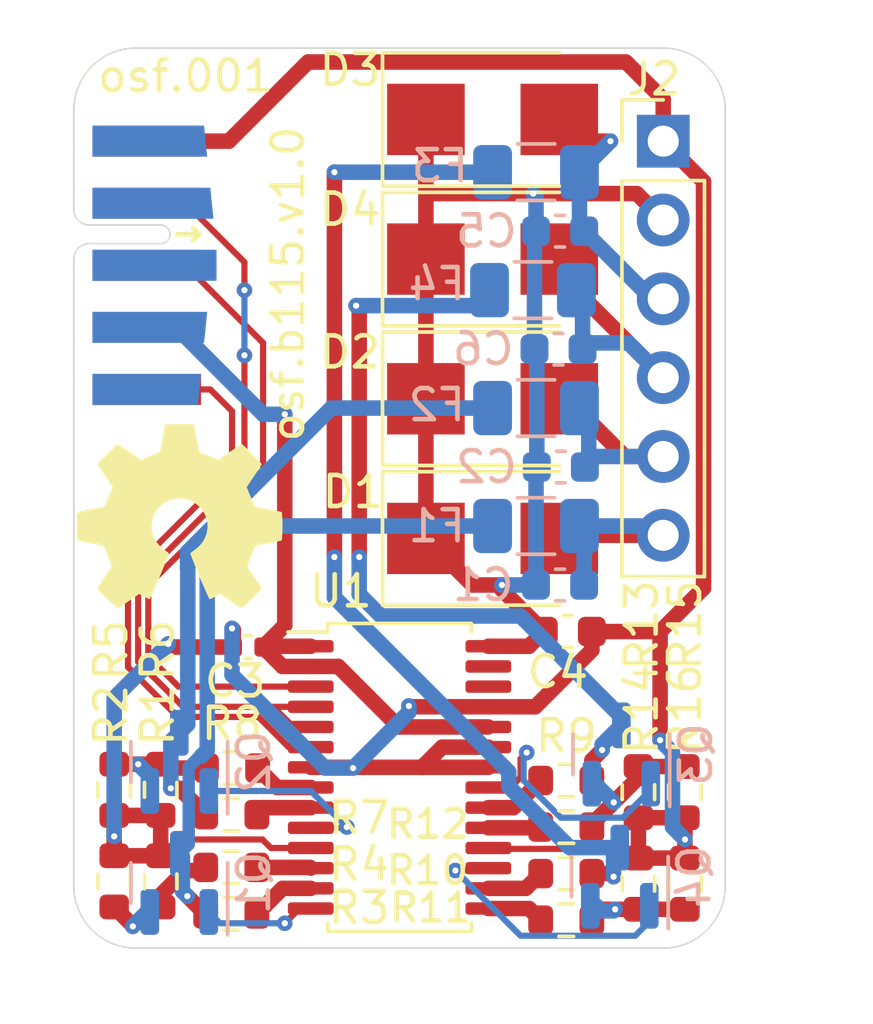
<source format=kicad_pcb>
(kicad_pcb (version 20211014) (generator pcbnew)
  (layers (0 "F.Cu" signal) (31 "B.Cu" signal) (34 "B.Paste" user) (35 "F.Paste" user) (36 "B.SilkS" user "B.Silkscreen") (37 "F.SilkS" user "F.Silkscreen") (38 "B.Mask" user) (39 "F.Mask" user) (44 "Edge.Cuts" user))
  (net 0 "")
  (net 1 "/poe_pse/PoE+")
  (net 2 "/poe_pse/switch4")
  (net 3 "/poe_pse/switch3")
  (net 4 "GND")
  (net 5 "+3.3V")
  (net 6 "/poe_pse/switch1")
  (net 7 "/poe_pse/switch2")
  (net 8 "/poe_pse/SW4")
  (net 9 "/poe_pse/SW3")
  (net 10 "/poe_pse/SW1")
  (net 11 "/poe_pse/SW2")
  (net 12 "/poe_pse/SDAI")
  (net 13 "/poe_pse/SCL")
  (net 15 "/poe_pse/INT")
  (net 18 "Net-(Q1-Pad2)")
  (net 19 "Net-(R3-Pad2)")
  (net 20 "Net-(R4-Pad2)")
  (net 21 "Net-(Q2-Pad2)")
  (net 22 "Net-(R7-Pad2)")
  (net 23 "Net-(R8-Pad2)")
  (net 24 "Net-(R9-Pad1)")
  (net 25 "Net-(R10-Pad1)")
  (net 26 "Net-(R11-Pad1)")
  (net 27 "Net-(Q4-Pad2)")
  (net 28 "Net-(R12-Pad1)")
  (net 29 "Net-(Q3-Pad2)")
  (net 30 "/poe_pse/gate3")
  (net 31 "/poe_pse/gate4")
  (net 32 "/poe_pse/gate1")
  (net 33 "/poe_pse/gate2")
  (net 34 "/poe_pse/AOUT")
  (footprint "Diode_SMD:D_SMB" (layer "F.Cu") (at 153.5 96.8)
    (fp_text reference "D4" (at -4.6 -1.6) (layer "F.SilkS"))
    (fp_text value "SMBJ58A-FDICT-ND")
    (pad "1" smd rect (at -2.15 0) (size 2.5 2.3) (layers "F.Cu" "F.Paste" "F.Mask") (net 1 "/poe_pse/PoE+"))
    (pad "2" smd rect (at 2.15 0) (size 2.5 2.3) (layers "F.Cu" "F.Paste" "F.Mask") (net 7 "/poe_pse/switch2"))
  )
  (footprint "Capacitor_SMD:C_0603_1608Metric" (layer "F.Cu") (at 155.925 108.8)
    (fp_text reference "C4" (at -0.325 1.3) (layer "F.SilkS"))
    (fp_text value "100nF")
    (pad "1" smd roundrect (at -0.775 0) (size 0.9 0.95) (layers "F.Cu" "F.Paste" "F.Mask") (net 1 "/poe_pse/PoE+"))
    (pad "2" smd roundrect (at 0.775 0) (size 0.9 0.95) (layers "F.Cu" "F.Paste" "F.Mask") (net 4 "GND"))
  )
  (footprint "Resistor_SMD:R_0603_1608Metric" (layer "F.Cu") (at 155.875 113.6)
    (fp_text reference "R9" (at 0 -1.43) (layer "F.SilkS"))
    (fp_text value "47R")
    (pad "1" smd roundrect (at -0.825 0) (size 0.8 0.95) (layers "F.Cu" "F.Paste" "F.Mask") (net 24 "Net-(R9-Pad1)"))
    (pad "2" smd roundrect (at 0.825 0) (size 0.8 0.95) (layers "F.Cu" "F.Paste" "F.Mask") (net 11 "/poe_pse/SW2"))
  )
  (footprint "Resistor_SMD:R_0603_1608Metric" (layer "F.Cu") (at 158.2 116.925 -90)
    (fp_text reference "R14" (at -5.625 -0.1 90) (layer "F.SilkS"))
    (fp_text value "0.51R")
    (pad "1" smd roundrect (at -0.825 0 270) (size 0.8 0.95) (layers "F.Cu" "F.Paste" "F.Mask") (net 4 "GND"))
    (pad "2" smd roundrect (at 0.825 0 270) (size 0.8 0.95) (layers "F.Cu" "F.Paste" "F.Mask") (net 27 "Net-(Q4-Pad2)"))
  )
  (footprint "Resistor_SMD:R_0603_1608Metric" (layer "F.Cu") (at 142.8 113.9 -90)
    (fp_text reference "R6" (at -4.5 0.1 90) (layer "F.SilkS"))
    (fp_text value "0.51R")
    (pad "1" smd roundrect (at -0.825 0 270) (size 0.8 0.95) (layers "F.Cu" "F.Paste" "F.Mask") (net 21 "Net-(Q2-Pad2)"))
    (pad "2" smd roundrect (at 0.825 0 270) (size 0.8 0.95) (layers "F.Cu" "F.Paste" "F.Mask") (net 4 "GND"))
  )
  (footprint "Symbol:OSHW-Symbol_6.7x6mm_SilkScreen" (layer "F.Cu") (at 143.4 105.1)
    (fp_text reference "LOGO1" hide)
    (fp_text value "Logo_Open_Hardware_Small" hide)
  )
  (footprint "Resistor_SMD:R_0603_1608Metric" (layer "F.Cu") (at 158.2 113.975 -90)
    (fp_text reference "R13" (at -5.375 -0.1 90) (layer "F.SilkS"))
    (fp_text value "0.51R")
    (pad "1" smd roundrect (at -0.825 0 270) (size 0.8 0.95) (layers "F.Cu" "F.Paste" "F.Mask") (net 29 "Net-(Q3-Pad2)"))
    (pad "2" smd roundrect (at 0.825 0 270) (size 0.8 0.95) (layers "F.Cu" "F.Paste" "F.Mask") (net 4 "GND"))
  )
  (footprint "Package_SO:TSSOP-28_4.4x9.7mm_P0.65mm" (layer "F.Cu") (at 150.5 113.5)
    (fp_text reference "U1" (at -1.9 -6) (layer "F.SilkS"))
    (fp_text value "TPS23861")
    (pad "1" smd roundrect (at -2.8625 -4.225) (size 1.475 0.4) (layers "F.Cu" "F.Paste" "F.Mask") (net 5 "+3.3V"))
    (pad "2" smd roundrect (at -2.8625 -3.575) (size 1.475 0.4) (layers "F.Cu" "F.Paste" "F.Mask") (net 5 "+3.3V"))
    (pad "3" smd roundrect (at -2.8625 -2.925) (size 1.475 0.4) (layers "F.Cu" "F.Paste" "F.Mask") (net 13 "/poe_pse/SCL"))
    (pad "4" smd roundrect (at -2.8625 -2.275) (size 1.475 0.4) (layers "F.Cu" "F.Paste" "F.Mask") (net 12 "/poe_pse/SDAI"))
    (pad "5" smd roundrect (at -2.8625 -1.625) (size 1.475 0.4) (layers "F.Cu" "F.Paste" "F.Mask") (net 12 "/poe_pse/SDAI"))
    (pad "6" smd roundrect (at -2.8625 -0.975) (size 1.475 0.4) (layers "F.Cu" "F.Paste" "F.Mask") (net 15 "/poe_pse/INT"))
    (pad "7" smd roundrect (at -2.8625 -0.325) (size 1.475 0.4) (layers "F.Cu" "F.Paste" "F.Mask") (net 4 "GND"))
    (pad "8" smd roundrect (at -2.8625 0.325) (size 1.475 0.4) (layers "F.Cu" "F.Paste" "F.Mask") (net 23 "Net-(R8-Pad2)"))
    (pad "9" smd roundrect (at -2.8625 0.975) (size 1.475 0.4) (layers "F.Cu" "F.Paste" "F.Mask") (net 22 "Net-(R7-Pad2)"))
    (pad "10" smd roundrect (at -2.8625 1.625) (size 1.475 0.4) (layers "F.Cu" "F.Paste" "F.Mask") (net 30 "/poe_pse/gate3"))
    (pad "11" smd roundrect (at -2.8625 2.275) (size 1.475 0.4) (layers "F.Cu" "F.Paste" "F.Mask") (net 4 "GND"))
    (pad "12" smd roundrect (at -2.8625 2.925) (size 1.475 0.4) (layers "F.Cu" "F.Paste" "F.Mask") (net 20 "Net-(R4-Pad2)"))
    (pad "13" smd roundrect (at -2.8625 3.575) (size 1.475 0.4) (layers "F.Cu" "F.Paste" "F.Mask") (net 19 "Net-(R3-Pad2)"))
    (pad "14" smd roundrect (at -2.8625 4.225) (size 1.475 0.4) (layers "F.Cu" "F.Paste" "F.Mask") (net 31 "/poe_pse/gate4"))
    (pad "15" smd roundrect (at 2.8625 4.225) (size 1.475 0.4) (layers "F.Cu" "F.Paste" "F.Mask") (net 26 "Net-(R11-Pad1)"))
    (pad "16" smd roundrect (at 2.8625 3.575) (size 1.475 0.4) (layers "F.Cu" "F.Paste" "F.Mask") (net 25 "Net-(R10-Pad1)"))
    (pad "17" smd roundrect (at 2.8625 2.925) (size 1.475 0.4) (layers "F.Cu" "F.Paste" "F.Mask") (net 32 "/poe_pse/gate1"))
    (pad "18" smd roundrect (at 2.8625 2.275) (size 1.475 0.4) (layers "F.Cu" "F.Paste" "F.Mask") (net 4 "GND"))
    (pad "19" smd roundrect (at 2.8625 1.625) (size 1.475 0.4) (layers "F.Cu" "F.Paste" "F.Mask") (net 28 "Net-(R12-Pad1)"))
    (pad "20" smd roundrect (at 2.8625 0.975) (size 1.475 0.4) (layers "F.Cu" "F.Paste" "F.Mask") (net 24 "Net-(R9-Pad1)"))
    (pad "21" smd roundrect (at 2.8625 0.325) (size 1.475 0.4) (layers "F.Cu" "F.Paste" "F.Mask") (net 33 "/poe_pse/gate2"))
    (pad "22" smd roundrect (at 2.8625 -0.325) (size 1.475 0.4) (layers "F.Cu" "F.Paste" "F.Mask") (net 4 "GND"))
    (pad "23" smd roundrect (at 2.8625 -0.975) (size 1.475 0.4) (layers "F.Cu" "F.Paste" "F.Mask") (net 4 "GND"))
    (pad "24" smd roundrect (at 2.8625 -1.625) (size 1.475 0.4) (layers "F.Cu" "F.Paste" "F.Mask") (net 5 "+3.3V"))
    (pad "25" smd roundrect (at 2.8625 -2.275) (size 1.475 0.4) (layers "F.Cu" "F.Paste" "F.Mask") (net 4 "GND"))
    (pad "26" smd roundrect (at 2.8625 -2.925) (size 1.475 0.4) (layers "F.Cu" "F.Paste" "F.Mask") (net 34 "/poe_pse/AOUT"))
    (pad "27" smd roundrect (at 2.8625 -3.575) (size 1.475 0.4) (layers "F.Cu" "F.Paste" "F.Mask"))
    (pad "28" smd roundrect (at 2.8625 -4.225) (size 1.475 0.4) (layers "F.Cu" "F.Paste" "F.Mask") (net 1 "/poe_pse/PoE+"))
  )
  (footprint "Resistor_SMD:R_0603_1608Metric" (layer "F.Cu") (at 159.7 113.975 -90)
    (fp_text reference "R15" (at -5.375 0 90) (layer "F.SilkS"))
    (fp_text value "0.51R")
    (pad "1" smd roundrect (at -0.825 0 270) (size 0.8 0.95) (layers "F.Cu" "F.Paste" "F.Mask") (net 29 "Net-(Q3-Pad2)"))
    (pad "2" smd roundrect (at 0.825 0 270) (size 0.8 0.95) (layers "F.Cu" "F.Paste" "F.Mask") (net 4 "GND"))
  )
  (footprint "Resistor_SMD:R_0603_1608Metric" (layer "F.Cu") (at 142.8 116.85 90)
    (fp_text reference "R1" (at 5.35 -0.1 90) (layer "F.SilkS"))
    (fp_text value "0.51R")
    (pad "1" smd roundrect (at -0.825 0 90) (size 0.8 0.95) (layers "F.Cu" "F.Paste" "F.Mask") (net 18 "Net-(Q1-Pad2)"))
    (pad "2" smd roundrect (at 0.825 0 90) (size 0.8 0.95) (layers "F.Cu" "F.Paste" "F.Mask") (net 4 "GND"))
  )
  (footprint "Resistor_SMD:R_0603_1608Metric" (layer "F.Cu") (at 155.875 116.6)
    (fp_text reference "R10" (at -4.475 -0.1) (layer "F.SilkS") (effects (font (size 0.9 0.9))))
    (fp_text value "47R")
    (pad "1" smd roundrect (at -0.825 0) (size 0.8 0.95) (layers "F.Cu" "F.Paste" "F.Mask") (net 25 "Net-(R10-Pad1)"))
    (pad "2" smd roundrect (at 0.825 0) (size 0.8 0.95) (layers "F.Cu" "F.Paste" "F.Mask") (net 10 "/poe_pse/SW1"))
  )
  (footprint "Resistor_SMD:R_0603_1608Metric" (layer "F.Cu") (at 155.875 118.1)
    (fp_text reference "R11" (at -4.375 -0.4) (layer "F.SilkS") (effects (font (size 0.9 0.9))))
    (fp_text value "22.1R")
    (pad "1" smd roundrect (at -0.825 0) (size 0.8 0.95) (layers "F.Cu" "F.Paste" "F.Mask") (net 26 "Net-(R11-Pad1)"))
    (pad "2" smd roundrect (at 0.825 0) (size 0.8 0.95) (layers "F.Cu" "F.Paste" "F.Mask") (net 27 "Net-(Q4-Pad2)"))
  )
  (footprint "Diode_SMD:D_SMB" (layer "F.Cu") (at 153.5 101.3)
    (fp_text reference "D2" (at -4.6 -1.5) (layer "F.SilkS"))
    (fp_text value "SMBJ58A-FDICT-ND")
    (pad "1" smd rect (at -2.15 0) (size 2.5 2.3) (layers "F.Cu" "F.Paste" "F.Mask") (net 1 "/poe_pse/PoE+"))
    (pad "2" smd rect (at 2.15 0) (size 2.5 2.3) (layers "F.Cu" "F.Paste" "F.Mask") (net 3 "/poe_pse/switch3"))
  )
  (footprint "Connector_PinHeader_2.54mm:PinHeader_1x06_P2.54mm_Vertical" (layer "F.Cu") (at 159 93)
    (fp_text reference "J2" (at -0.3 -2) (layer "F.SilkS"))
    (fp_text value "Conn_01x06_Male")
    (pad "1" thru_hole rect (at 0 0) (size 1.7 1.7) (drill 1) (layers *.Cu *.Mask) (net 4 "GND"))
    (pad "2" thru_hole oval (at 0 2.54) (size 1.7 1.7) (drill 1) (layers *.Cu *.Mask) (net 1 "/poe_pse/PoE+"))
    (pad "3" thru_hole oval (at 0 5.08) (size 1.7 1.7) (drill 1) (layers *.Cu *.Mask) (net 6 "/poe_pse/switch1"))
    (pad "4" thru_hole oval (at 0 7.62) (size 1.7 1.7) (drill 1) (layers *.Cu *.Mask) (net 7 "/poe_pse/switch2"))
    (pad "5" thru_hole oval (at 0 10.16) (size 1.7 1.7) (drill 1) (layers *.Cu *.Mask) (net 3 "/poe_pse/switch3"))
    (pad "6" thru_hole oval (at 0 12.7) (size 1.7 1.7) (drill 1) (layers *.Cu *.Mask) (net 2 "/poe_pse/switch4"))
  )
  (footprint "Resistor_SMD:R_0603_1608Metric" (layer "F.Cu") (at 141.3 113.9 -90)
    (fp_text reference "R5" (at -4.5 0.1 90) (layer "F.SilkS"))
    (fp_text value "0.51R")
    (pad "1" smd roundrect (at -0.825 0 270) (size 0.8 0.95) (layers "F.Cu" "F.Paste" "F.Mask") (net 21 "Net-(Q2-Pad2)"))
    (pad "2" smd roundrect (at 0.825 0 270) (size 0.8 0.95) (layers "F.Cu" "F.Paste" "F.Mask") (net 4 "GND"))
  )
  (footprint "Resistor_SMD:R_0603_1608Metric" (layer "F.Cu") (at 159.7 116.925 -90)
    (fp_text reference "R16" (at -5.625 0 90) (layer "F.SilkS"))
    (fp_text value "0.51R")
    (pad "1" smd roundrect (at -0.825 0 270) (size 0.8 0.95) (layers "F.Cu" "F.Paste" "F.Mask") (net 4 "GND"))
    (pad "2" smd roundrect (at 0.825 0 270) (size 0.8 0.95) (layers "F.Cu" "F.Paste" "F.Mask") (net 27 "Net-(Q4-Pad2)"))
  )
  (footprint "on_edge:on_edge_2x05_device" (layer "F.Cu") (at 140 97 -90)
    (fp_text reference "J1")
    (fp_text value "001_I2C")
    (fp_line (start -0.2 0) (end 4 0) (layer "Edge.Cuts") (width 0.05))
    (fp_line (start -0.7 -0.5) (end -0.7 -2.8) (layer "Edge.Cuts") (width 0.05))
    (fp_line (start -4 0) (end -1.8 0) (layer "Edge.Cuts") (width 0.05))
    (fp_line (start -1.3 -2.8) (end -1.3 -0.5) (layer "Edge.Cuts") (width 0.05))
    (fp_arc (start -1.3 -2.8) (mid -1 -3.1) (end -0.7 -2.8) (layer "Edge.Cuts") (width 0.05))
    (fp_arc (start -0.2 0) (mid -0.553553 -0.146447) (end -0.7 -0.5) (layer "Edge.Cuts") (width 0.05))
    (fp_arc (start -1.3 -0.5) (mid -1.446447 -0.146447) (end -1.8 0) (layer "Edge.Cuts") (width 0.05))
    (pad "1" smd rect (at -4 -2.35 90) (size 1 3.5) (layers "F.Cu" "F.Mask") (net 4 "GND"))
    (pad "2" smd rect (at -2 -2.35 270) (size 1 3.5) (layers "F.Cu" "F.Mask") (net 12 "/poe_pse/SDAI"))
    (pad "3" smd rect (at 0 -2.35 270) (size 1 3.5) (layers "F.Cu" "F.Mask") (net 13 "/poe_pse/SCL"))
    (pad "4" smd rect (at 2 -2.35 90) (size 1 3.5) (layers "F.Cu" "F.Mask"))
    (pad "5" smd rect (at 4 -2.35 90) (size 1 3.5) (layers "F.Cu" "F.Mask") (net 15 "/poe_pse/INT"))
    (pad "6" smd custom (at -4 -2.4 270) (size 1 3.6) (layers "B.Cu" "B.Mask") (options (clearance outline) (anchor rect)) (primitives (gr_poly (pts (xy 0.5 -1.8) (xy 0.5 -1.9) (xy -0.5 -1.8)) (width 0) (fill yes))))
    (pad "7" smd custom (at -2 -2.1 270) (size 1 3) (layers "B.Cu" "B.Mask") (options (clearance outline) (anchor rect)) (primitives (gr_poly (pts (xy 0.3 -0.51) (xy 0.31 -0.62) (xy 0.33 -0.7) (xy 0.35 -0.76) (xy 0.37 -0.81) (xy 0.4 -0.86) (xy 0.44 -0.92) (xy 0.48 -0.97) (xy 0.5 -0.99) (xy 0.5 -2.4) (xy -0.5 -2.3) (xy -0.5 1.5) (xy 0.3 1.5)) (width 0) (fill yes))))
    (pad "8" smd rect (at 0 -2.6 270) (size 1 4) (layers "B.Cu" "B.Mask"))
    (pad "9" smd custom (at 2 -2.4 270) (size 1 3.6) (layers "B.Cu" "B.Mask") (net 5 "+3.3V") (options (clearance outline) (anchor rect)) (primitives (gr_poly (pts (xy -0.5 -1.8) (xy -0.5 -1.9) (xy 0.5 -1.8)) (width 0) (fill yes))))
    (pad "10" smd custom (at 4 -2.3 270) (size 1 3.4) (layers "B.Cu" "B.Mask") (options (clearance outline) (anchor rect)) (primitives (gr_poly (pts (xy -0.5 -1.7) (xy -0.5 -1.8) (xy 0.5 -1.7)) (width 0) (fill yes))))
  )
  (footprint "Resistor_SMD:R_0603_1608Metric" (layer "F.Cu") (at 145.075 114.7)
    (fp_text reference "R7" (at 4.125 0.1) (layer "F.SilkS"))
    (fp_text value "47R")
    (pad "1" smd roundrect (at -0.825 0) (size 0.8 0.95) (layers "F.Cu" "F.Paste" "F.Mask") (net 9 "/poe_pse/SW3"))
    (pad "2" smd roundrect (at 0.825 0) (size 0.8 0.95) (layers "F.Cu" "F.Paste" "F.Mask") (net 22 "Net-(R7-Pad2)"))
  )
  (footprint "Resistor_SMD:R_0603_1608Metric" (layer "F.Cu") (at 155.875 115.1)
    (fp_text reference "R12" (at -4.475 -0.1) (layer "F.SilkS") (effects (font (size 0.9 0.9))))
    (fp_text value "22.1R")
    (pad "1" smd roundrect (at -0.825 0) (size 0.8 0.95) (layers "F.Cu" "F.Paste" "F.Mask") (net 28 "Net-(R12-Pad1)"))
    (pad "2" smd roundrect (at 0.825 0) (size 0.8 0.95) (layers "F.Cu" "F.Paste" "F.Mask") (net 29 "Net-(Q3-Pad2)"))
  )
  (footprint "Capacitor_SMD:C_0402_1005Metric" (layer "F.Cu") (at 145.62 109.3)
    (fp_text reference "C3" (at -0.42 1.1) (layer "F.SilkS"))
    (fp_text value "100nF")
    (pad "1" smd roundrect (at -0.48 0) (size 0.56 0.62) (layers "F.Cu" "F.Paste" "F.Mask") (net 4 "GND"))
    (pad "2" smd roundrect (at 0.48 0) (size 0.56 0.62) (layers "F.Cu" "F.Paste" "F.Mask") (net 5 "+3.3V"))
  )
  (footprint "Diode_SMD:D_SMB" (layer "F.Cu") (at 153.5 92.3)
    (fp_text reference "D3" (at -4.6 -1.6) (layer "F.SilkS"))
    (fp_text value "SMBJ58A-FDICT-ND")
    (pad "1" smd rect (at -2.15 0) (size 2.5 2.3) (layers "F.Cu" "F.Paste" "F.Mask") (net 1 "/poe_pse/PoE+"))
    (pad "2" smd rect (at 2.15 0) (size 2.5 2.3) (layers "F.Cu" "F.Paste" "F.Mask") (net 6 "/poe_pse/switch1"))
  )
  (footprint "Diode_SMD:D_SMB" (layer "F.Cu") (at 153.5 105.8)
    (fp_text reference "D1" (at -4.5 -1.5) (layer "F.SilkS"))
    (fp_text value "SMBJ58A-FDICT-ND")
    (pad "1" smd rect (at -2.15 0) (size 2.5 2.3) (layers "F.Cu" "F.Paste" "F.Mask") (net 1 "/poe_pse/PoE+"))
    (pad "2" smd rect (at 2.15 0) (size 2.5 2.3) (layers "F.Cu" "F.Paste" "F.Mask") (net 2 "/poe_pse/switch4"))
  )
  (footprint "Resistor_SMD:R_0603_1608Metric" (layer "F.Cu") (at 145.1 113.2)
    (fp_text reference "R8" (at 0 -1.43) (layer "F.SilkS"))
    (fp_text value "22.1R")
    (pad "1" smd roundrect (at -0.825 0) (size 0.8 0.95) (layers "F.Cu" "F.Paste" "F.Mask") (net 21 "Net-(Q2-Pad2)"))
    (pad "2" smd roundrect (at 0.825 0) (size 0.8 0.95) (layers "F.Cu" "F.Paste" "F.Mask") (net 23 "Net-(R8-Pad2)"))
  )
  (footprint "Resistor_SMD:R_0603_1608Metric" (layer "F.Cu") (at 141.3 116.85 90)
    (fp_text reference "R2" (at 5.35 -0.1 90) (layer "F.SilkS"))
    (fp_text value "0.51R")
    (pad "1" smd roundrect (at -0.825 0 90) (size 0.8 0.95) (layers "F.Cu" "F.Paste" "F.Mask") (net 18 "Net-(Q1-Pad2)"))
    (pad "2" smd roundrect (at 0.825 0 90) (size 0.8 0.95) (layers "F.Cu" "F.Paste" "F.Mask") (net 4 "GND"))
  )
  (footprint "Resistor_SMD:R_0603_1608Metric" (layer "F.Cu") (at 145.075 117.9)
    (fp_text reference "R3" (at 4.125 -0.2) (layer "F.SilkS"))
    (fp_text value "47R")
    (pad "1" smd roundrect (at -0.825 0) (size 0.8 0.95) (layers "F.Cu" "F.Paste" "F.Mask") (net 8 "/poe_pse/SW4"))
    (pad "2" smd roundrect (at 0.825 0) (size 0.8 0.95) (layers "F.Cu" "F.Paste" "F.Mask") (net 19 "Net-(R3-Pad2)"))
  )
  (footprint "Resistor_SMD:R_0603_1608Metric" (layer "F.Cu") (at 145.075 116.4)
    (fp_text reference "R4" (at 4.125 -0.1) (layer "F.SilkS"))
    (fp_text value "22.1R")
    (pad "1" smd roundrect (at -0.825 0) (size 0.8 0.95) (layers "F.Cu" "F.Paste" "F.Mask") (net 18 "Net-(Q1-Pad2)"))
    (pad "2" smd roundrect (at 0.825 0) (size 0.8 0.95) (layers "F.Cu" "F.Paste" "F.Mask") (net 20 "Net-(R4-Pad2)"))
  )
  (footprint "Package_TO_SOT_SMD:SOT-23" (layer "B.Cu") (at 157.65 112.7625 90)
    (fp_text reference "Q3" (at 0 2.4 90) (layer "B.SilkS") (effects (justify mirror)))
    (fp_text value "SSM3K361R")
    (pad "1" smd roundrect (at -0.9375 0.95 90) (size 1.475 0.6) (layers "B.Cu" "B.Paste" "B.Mask") (net 33 "/poe_pse/gate2"))
    (pad "2" smd roundrect (at -0.9375 -0.95 90) (size 1.475 0.6) (layers "B.Cu" "B.Paste" "B.Mask") (net 29 "Net-(Q3-Pad2)"))
    (pad "3" smd roundrect (at 0.9375 0 90) (size 1.475 0.6) (layers "B.Cu" "B.Paste" "B.Mask") (net 11 "/poe_pse/SW2"))
  )
  (footprint "Package_TO_SOT_SMD:SOT-23" (layer "B.Cu") (at 143.4 113 90)
    (fp_text reference "Q2" (at 0 2.4 90) (layer "B.SilkS") (effects (justify mirror)))
    (fp_text value "SSM3K361R")
    (pad "1" smd roundrect (at -0.9375 0.95 90) (size 1.475 0.6) (layers "B.Cu" "B.Paste" "B.Mask") (net 30 "/poe_pse/gate3"))
    (pad "2" smd roundrect (at -0.9375 -0.95 90) (size 1.475 0.6) (layers "B.Cu" "B.Paste" "B.Mask") (net 21 "Net-(Q2-Pad2)"))
    (pad "3" smd roundrect (at 0.9375 0 90) (size 1.475 0.6) (layers "B.Cu" "B.Paste" "B.Mask") (net 9 "/poe_pse/SW3"))
  )
  (footprint "Capacitor_SMD:C_0603_1608Metric" (layer "B.Cu") (at 155.7 103.5 180)
    (fp_text reference "C2" (at 2.4 0) (layer "B.SilkS") (effects (justify mirror)))
    (fp_text value "100nF")
    (pad "1" smd roundrect (at -0.775 0 180) (size 0.9 0.95) (layers "B.Cu" "B.Paste" "B.Mask") (net 3 "/poe_pse/switch3"))
    (pad "2" smd roundrect (at 0.775 0 180) (size 0.9 0.95) (layers "B.Cu" "B.Paste" "B.Mask") (net 1 "/poe_pse/PoE+"))
  )
  (footprint "Fuse:Fuse_1206_3216Metric" (layer "B.Cu") (at 154.9 105.4)
    (fp_text reference "F1" (at -3.2 0) (layer "B.SilkS") (effects (justify mirror)))
    (fp_text value "60VDC")
    (pad "1" smd roundrect (at -1.4 0) (size 1.25 1.75) (layers "B.Cu" "B.Paste" "B.Mask") (roundrect_rratio 0.2) (net 8 "/poe_pse/SW4"))
    (pad "2" smd roundrect (at 1.4 0) (size 1.25 1.75) (layers "B.Cu" "B.Paste" "B.Mask") (roundrect_rratio 0.2) (net 2 "/poe_pse/switch4"))
  )
  (footprint "Fuse:Fuse_1206_3216Metric" (layer "B.Cu") (at 154.8 97.8 180)
    (fp_text reference "F4" (at 3.1 0.2) (layer "B.SilkS") (effects (justify mirror)))
    (fp_text value "60VDC")
    (pad "1" smd roundrect (at -1.4 0 180) (size 1.25 1.75) (layers "B.Cu" "B.Paste" "B.Mask") (roundrect_rratio 0.2) (net 7 "/poe_pse/switch2"))
    (pad "2" smd roundrect (at 1.4 0 180) (size 1.25 1.75) (layers "B.Cu" "B.Paste" "B.Mask") (roundrect_rratio 0.2) (net 11 "/poe_pse/SW2"))
  )
  (footprint "Fuse:Fuse_1206_3216Metric" (layer "B.Cu") (at 154.9 94 180)
    (fp_text reference "F3" (at 3.1 0.2) (layer "B.SilkS") (effects (justify mirror)))
    (fp_text value "60VDC")
    (pad "1" smd roundrect (at -1.4 0 180) (size 1.25 1.75) (layers "B.Cu" "B.Paste" "B.Mask") (roundrect_rratio 0.2) (net 6 "/poe_pse/switch1"))
    (pad "2" smd roundrect (at 1.4 0 180) (size 1.25 1.75) (layers "B.Cu" "B.Paste" "B.Mask") (roundrect_rratio 0.2) (net 10 "/poe_pse/SW1"))
  )
  (footprint "Capacitor_SMD:C_0603_1608Metric" (layer "B.Cu") (at 155.675 107.3)
    (fp_text reference "C1" (at -2.475 0) (layer "B.SilkS") (effects (justify mirror)))
    (fp_text value "100nF")
    (pad "1" smd roundrect (at -0.775 0) (size 0.9 0.95) (layers "B.Cu" "B.Paste" "B.Mask") (net 1 "/poe_pse/PoE+"))
    (pad "2" smd roundrect (at 0.775 0) (size 0.9 0.95) (layers "B.Cu" "B.Paste" "B.Mask") (net 2 "/poe_pse/switch4"))
  )
  (footprint "Capacitor_SMD:C_0603_1608Metric" (layer "B.Cu") (at 155.675 95.9)
    (fp_text reference "C5" (at -2.375 0) (layer "B.SilkS") (effects (justify mirror)))
    (fp_text value "100nF")
    (pad "1" smd roundrect (at -0.775 0) (size 0.9 0.95) (layers "B.Cu" "B.Paste" "B.Mask") (net 1 "/poe_pse/PoE+"))
    (pad "2" smd roundrect (at 0.775 0) (size 0.9 0.95) (layers "B.Cu" "B.Paste" "B.Mask") (net 6 "/poe_pse/switch1"))
  )
  (footprint "Capacitor_SMD:C_0603_1608Metric" (layer "B.Cu") (at 155.625 99.7)
    (fp_text reference "C6" (at -2.425 0) (layer "B.SilkS") (effects (justify mirror)))
    (fp_text value "100nF")
    (pad "1" smd roundrect (at -0.775 0) (size 0.9 0.95) (layers "B.Cu" "B.Paste" "B.Mask") (net 1 "/poe_pse/PoE+"))
    (pad "2" smd roundrect (at 0.775 0) (size 0.9 0.95) (layers "B.Cu" "B.Paste" "B.Mask") (net 7 "/poe_pse/switch2"))
  )
  (footprint "Fuse:Fuse_1206_3216Metric" (layer "B.Cu") (at 154.9 101.6)
    (fp_text reference "F2" (at -3.2 -0.1) (layer "B.SilkS") (effects (justify mirror)))
    (fp_text value "60VDC")
    (pad "1" smd roundrect (at -1.4 0) (size 1.25 1.75) (layers "B.Cu" "B.Paste" "B.Mask") (roundrect_rratio 0.2) (net 9 "/poe_pse/SW3"))
    (pad "2" smd roundrect (at 1.4 0) (size 1.25 1.75) (layers "B.Cu" "B.Paste" "B.Mask") (roundrect_rratio 0.2) (net 3 "/poe_pse/switch3"))
  )
  (footprint "Package_TO_SOT_SMD:SOT-23" (layer "B.Cu") (at 157.6 116.7 90)
    (fp_text reference "Q4" (at 0 2.4 90) (layer "B.SilkS") (effects (justify mirror)))
    (fp_text value "SSM3K361R")
    (pad "1" smd roundrect (at -0.9375 0.95 90) (size 1.475 0.6) (layers "B.Cu" "B.Paste" "B.Mask") (net 32 "/poe_pse/gate1"))
    (pad "2" smd roundrect (at -0.9375 -0.95 90) (size 1.475 0.6) (layers "B.Cu" "B.Paste" "B.Mask") (net 27 "Net-(Q4-Pad2)"))
    (pad "3" smd roundrect (at 0.9375 0 90) (size 1.475 0.6) (layers "B.Cu" "B.Paste" "B.Mask") (net 10 "/poe_pse/SW1"))
  )
  (footprint "Package_TO_SOT_SMD:SOT-23" (layer "B.Cu") (at 143.4 116.9 90)
    (fp_text reference "Q1" (at 0 2.4 90) (layer "B.SilkS") (effects (justify mirror)))
    (fp_text value "SSM3K361R")
    (pad "1" smd roundrect (at -0.9375 0.95 90) (size 1.475 0.6) (layers "B.Cu" "B.Paste" "B.Mask") (net 31 "/poe_pse/gate4"))
    (pad "2" smd roundrect (at -0.9375 -0.95 90) (size 1.475 0.6) (layers "B.Cu" "B.Paste" "B.Mask") (net 18 "Net-(Q1-Pad2)"))
    (pad "3" smd roundrect (at 0.9375 0 90) (size 1.475 0.6) (layers "B.Cu" "B.Paste" "B.Mask") (net 8 "/poe_pse/SW4"))
  )
  (gr_line (start 142 90) (end 159 90) (layer "Edge.Cuts") (width 0.05))
  (gr_line (start 140 93) (end 140 92) (layer "Edge.Cuts") (width 0.05))
  (gr_arc (start 161 117) (mid 160.414214 118.414214) (end 159 119) (layer "Edge.Cuts") (width 0.05))
  (gr_line (start 159 119) (end 142 119) (layer "Edge.Cuts") (width 0.05))
  (gr_arc (start 159 90) (mid 160.414214 90.585786) (end 161 92) (layer "Edge.Cuts") (width 0.05))
  (gr_arc (start 142 119) (mid 140.585786 118.414214) (end 140 117) (layer "Edge.Cuts") (width 0.05))
  (gr_line (start 161 117) (end 161 92) (layer "Edge.Cuts") (width 0.05))
  (gr_line (start 140 117) (end 140 101) (layer "Edge.Cuts") (width 0.05))
  (gr_arc (start 140 92) (mid 140.585786 90.585786) (end 142 90) (layer "Edge.Cuts") (width 0.05))
  (gr_text "osf.b115.v1.0" (at 146.9 97.6 90) (layer "F.SilkS") (effects (font (size 1 1))))
  (gr_text "osf.001" (at 143.6 90.9) (layer "F.SilkS") (effects (font (size 1 1))))
  (segment (start 159 95.54) (end 158.15 94.69) (width 0.5) (layer "F.Cu") (net 1))
  (segment (start 153.3625 109.275) (end 154.675 109.275) (width 0.5) (layer "F.Cu") (net 1))
  (segment (start 158.15 94.69) (end 154.81 94.69) (width 0.5) (layer "F.Cu") (net 1))
  (segment (start 151.35 96.8) (end 151.35 101.3) (width 0.5) (layer "F.Cu") (net 1))
  (segment (start 151.35 92.3) (end 151.35 94.55) (width 0.5) (layer "F.Cu") (net 1))
  (segment (start 153.8 107.3) (end 153.8 107.45) (width 0.5) (layer "F.Cu") (net 1))
  (segment (start 151.35 101.3) (end 151.35 105.8) (width 0.5) (layer "F.Cu") (net 1))
  (segment (start 151.35 94.55) (end 151.35 96.8) (width 0.5) (layer "F.Cu") (net 1))
  (segment (start 154.81 94.69) (end 151.49 94.69) (width 0.5) (layer "F.Cu") (net 1))
  (segment (start 153.8 107.3) (end 152.85 107.3) (width 0.5) (layer "F.Cu") (net 1))
  (segment (start 153.8 107.45) (end 155.15 108.8) (width 0.5) (layer "F.Cu") (net 1))
  (segment (start 152.85 107.3) (end 151.35 105.8) (width 0.5) (layer "F.Cu") (net 1))
  (segment (start 151.49 94.69) (end 151.35 94.55) (width 0.5) (layer "F.Cu") (net 1))
  (segment (start 154.675 109.275) (end 155.15 108.8) (width 0.5) (layer "F.Cu") (net 1))
  (via (at 153.8 107.3) (size 0.5) (drill 0.2) (layers "F.Cu" "B.Cu") (net 1))
  (via (at 154.81 94.69) (size 0.5) (drill 0.2) (layers "F.Cu" "B.Cu") (net 1))
  (segment (start 154.9 95.9) (end 154.9 94.78) (width 0.5) (layer "B.Cu") (net 1))
  (segment (start 154.9 107.3) (end 153.8 107.3) (width 0.5) (layer "B.Cu") (net 1))
  (segment (start 154.9 103.525) (end 154.925 103.5) (width 0.5) (layer "B.Cu") (net 1))
  (segment (start 154.85 99.7) (end 154.85 95.95) (width 0.5) (layer "B.Cu") (net 1))
  (segment (start 154.925 99.775) (end 154.85 99.7) (width 0.5) (layer "B.Cu") (net 1))
  (segment (start 154.925 103.5) (end 154.925 99.775) (width 0.5) (layer "B.Cu") (net 1))
  (segment (start 154.85 95.95) (end 154.9 95.9) (width 0.5) (layer "B.Cu") (net 1))
  (segment (start 154.9 94.78) (end 154.81 94.69) (width 0.5) (layer "B.Cu") (net 1))
  (segment (start 154.9 107.3) (end 154.9 103.525) (width 0.5) (layer "B.Cu") (net 1))
  (segment (start 155.75 105.7) (end 155.65 105.8) (width 0.5) (layer "F.Cu") (net 2))
  (segment (start 159 105.7) (end 155.75 105.7) (width 0.5) (layer "F.Cu") (net 2))
  (segment (start 156.45 105.55) (end 156.3 105.4) (width 0.5) (layer "B.Cu") (net 2))
  (segment (start 156.45 107.3) (end 156.45 105.55) (width 0.5) (layer "B.Cu") (net 2))
  (segment (start 158.7 105.4) (end 159 105.7) (width 0.5) (layer "B.Cu") (net 2))
  (segment (start 156.3 105.4) (end 158.7 105.4) (width 0.5) (layer "B.Cu") (net 2))
  (segment (start 155.65 101.3) (end 155.9 101.3) (width 0.5) (layer "F.Cu") (net 3))
  (segment (start 157.76 103.16) (end 159 103.16) (width 0.5) (layer "F.Cu") (net 3))
  (segment (start 155.9 101.3) (end 157.76 103.16) (width 0.5) (layer "F.Cu") (net 3))
  (segment (start 156.815 103.16) (end 156.475 103.5) (width 0.5) (layer "B.Cu") (net 3))
  (segment (start 156.6 102.1) (end 156.6 103.375) (width 0.5) (layer "B.Cu") (net 3))
  (segment (start 156.3 101.8) (end 156.6 102.1) (width 0.5) (layer "B.Cu") (net 3))
  (segment (start 159 103.16) (end 156.815 103.16) (width 0.5) (layer "B.Cu") (net 3))
  (segment (start 156.3 101.6) (end 156.3 101.8) (width 0.5) (layer "B.Cu") (net 3))
  (segment (start 156.6 103.375) (end 156.475 103.5) (width 0.5) (layer "B.Cu") (net 3))
  (segment (start 142.8 116.025) (end 141.3 116.025) (width 0.5) (layer "F.Cu") (net 4))
  (segment (start 158.2 114.8) (end 158.2 116.1) (width 0.5) (layer "F.Cu") (net 4))
  (segment (start 153.3625 113.175) (end 151.225 113.175) (width 0.5) (layer "F.Cu") (net 4))
  (segment (start 156.7 109.4) (end 154.875 111.225) (width 0.5) (layer "F.Cu") (net 4))
  (segment (start 158.2 116.1) (end 159.7 116.1) (width 0.5) (layer "F.Cu") (net 4))
  (segment (start 158.9 108.8) (end 158.9 112.3) (width 0.5) (layer "F.Cu") (net 4))
  (segment (start 146.353869 115.775) (end 146.078869 115.5) (width 0.2) (layer "F.Cu") (net 4))
  (segment (start 154.875 111.225) (end 153.3625 111.225) (width 0.5) (layer "F.Cu") (net 4))
  (segment (start 153.3625 111.225) (end 150.825 111.225) (width 0.5) (layer "F.Cu") (net 4))
  (segment (start 141.3 116.025) (end 141.3 115.4) (width 0.5) (layer "F.Cu") (net 4))
  (segment (start 143.325 115.5) (end 142.8 116.025) (width 0.2) (layer "F.Cu") (net 4))
  (segment (start 142.8 114.725) (end 142.8 116.025) (width 0.5) (layer "F.Cu") (net 4))
  (segment (start 141.3 115.4) (end 141.3 114.725) (width 0.5) (layer "F.Cu") (net 4))
  (segment (start 151.225 113.175) (end 149.025 113.175) (width 0.5) (layer "F.Cu") (net 4))
  (segment (start 149.025 113.175) (end 149 113.2) (width 0.5) (layer "F.Cu") (net 4))
  (segment (start 145.1 108.7) (end 145.14 108.74) (width 0.5) (layer "F.Cu") (net 4))
  (segment (start 141.3 114.725) (end 142.8 114.725) (width 0.5) (layer "F.Cu") (net 4))
  (segment (start 158.9 108.8) (end 160.3 107.4) (width 0.5) (layer "F.Cu") (net 4))
  (segment (start 156.7 108.8) (end 156.7 109.4) (width 0.5) (layer "F.Cu") (net 4))
  (segment (start 151.875 112.525) (end 151.225 113.175) (width 0.5) (layer "F.Cu") (net 4))
  (segment (start 159 93) (end 159 91.65) (width 0.5) (layer "F.Cu") (net 4))
  (segment (start 157.8 90.45) (end 147.55 90.45) (width 0.5) (layer "F.Cu") (net 4))
  (segment (start 147.6375 113.175) (end 148.975 113.175) (width 0.5) (layer "F.Cu") (net 4))
  (segment (start 159 91.65) (end 157.8 90.45) (width 0.5) (layer "F.Cu") (net 4))
  (segment (start 159.7 114.8) (end 158.2 114.8) (width 0.5) (layer "F.Cu") (net 4))
  (segment (start 153.3625 112.525) (end 151.875 112.525) (width 0.5) (layer "F.Cu") (net 4))
  (segment (start 148.975 113.175) (end 149 113.2) (width 0.5) (layer "F.Cu") (net 4))
  (segment (start 153.3895 115.802) (end 157.902 115.802) (width 0.2) (layer "F.Cu") (net 4))
  (segment (start 160.3 107.4) (end 160.3 94.3) (width 0.5) (layer "F.Cu") (net 4))
  (segment (start 146.078869 115.5) (end 143.325 115.5) (width 0.2) (layer "F.Cu") (net 4))
  (segment (start 156.7 108.8) (end 158.9 108.8) (width 0.5) (layer "F.Cu") (net 4))
  (segment (start 143.1465 109.3) (end 143.0465 109.2) (width 0.5) (layer "F.Cu") (net 4))
  (segment (start 153.3625 115.775) (end 153.3895 115.802) (width 0.2) (layer "F.Cu") (net 4))
  (segment (start 160.3 94.3) (end 159 93) (width 0.5) (layer "F.Cu") (net 4))
  (segment (start 159.7 116.1) (end 159.7 115.5) (width 0.5) (layer "F.Cu") (net 4))
  (segment (start 147.6375 115.775) (end 146.353869 115.775) (width 0.2) (layer "F.Cu") (net 4))
  (segment (start 145.14 108.74) (end 145.14 109.3) (width 0.5) (layer "F.Cu") (net 4))
  (segment (start 150.825 111.225) (end 150.8 111.2) (width 0.5) (layer "F.Cu") (net 4))
  (segment (start 157.902 115.802) (end 158.2 116.1) (width 0.2) (layer "F.Cu") (net 4))
  (segment (start 145 93) (end 142.35 93) (width 0.5) (layer "F.Cu") (net 4))
  (segment (start 145.14 109.3) (end 143.1465 109.3) (width 0.5) (layer "F.Cu") (net 4))
  (segment (start 159.7 115.5) (end 159.7 114.8) (width 0.5) (layer "F.Cu") (net 4))
  (segment (start 147.55 90.45) (end 145 93) (width 0.5) (layer "F.Cu") (net 4))
  (via (at 149 113.2) (size 0.5) (drill 0.2) (layers "F.Cu" "B.Cu") (net 4))
  (via (at 145.1 108.7) (size 0.5) (drill 0.2) (layers "F.Cu" "B.Cu") (net 4))
  (via (at 143.0465 109.2) (size 0.5) (drill 0.2) (layers "F.Cu" "B.Cu") (net 4))
  (via (at 150.8 111.2) (size 0.5) (drill 0.2) (layers "F.Cu" "B.Cu") (net 4))
  (via (at 141.3 115.4) (size 0.5) (drill 0.2) (layers "F.Cu" "B.Cu") (net 4))
  (via (at 159.7 115.5) (size 0.5) (drill 0.2) (layers "F.Cu" "B.Cu") (net 4))
  (via (at 158.9 112.3) (size 0.5) (drill 0.2) (layers "F.Cu" "B.Cu") (net 4))
  (segment (start 159.3 115.1) (end 159.7 115.5) (width 0.5) (layer "B.Cu") (net 4))
  (segment (start 159.3 112.7) (end 159.3 115.1) (width 0.5) (layer "B.Cu") (net 4))
  (segment (start 148.1 113.2) (end 149 113.2) (width 0.5) (layer "B.Cu") (net 4))
  (segment (start 141.3 110.9465) (end 141.3 115.4) (width 0.5) (layer "B.Cu") (net 4))
  (segment (start 150.8 111.2) (end 150.8 111.4) (width 0.5) (layer "B.Cu") (net 4))
  (segment (start 143.0465 109.2) (end 141.3 110.9465) (width 0.5) (layer "B.Cu") (net 4))
  (segment (start 145.1 108.7) (end 145.1 110.2) (width 0.5) (layer "B.Cu") (net 4))
  (segment (start 145.1 110.2) (end 148.1 113.2) (width 0.5) (layer "B.Cu") (net 4))
  (segment (start 150.8 111.4) (end 149 113.2) (width 0.5) (layer "B.Cu") (net 4))
  (segment (start 158.9 112.3) (end 159.3 112.7) (width 0.5) (layer "B.Cu") (net 4))
  (segment (start 147.6375 109.275) (end 146.125 109.275) (width 0.5) (layer "F.Cu") (net 5))
  (segment (start 148.525 109.925) (end 147.6375 109.925) (width 0.5) (layer "F.Cu") (net 5))
  (segment (start 146.125 109.275) (end 146.1 109.3) (width 0.5) (layer "F.Cu") (net 5))
  (segment (start 150.475 111.875) (end 148.525 109.925) (width 0.5) (layer "F.Cu") (net 5))
  (segment (start 153.3625 111.875) (end 150.475 111.875) (width 0.5) (layer "F.Cu") (net 5))
  (segment (start 146.8 108.6) (end 146.1 109.3) (width 0.5) (layer "F.Cu") (net 5))
  (segment (start 146.8 101.8) (end 146.8 108.6) (width 0.5) (layer "F.Cu") (net 5))
  (segment (start 147.6375 109.925) (end 146.725 109.925) (width 0.5) (layer "F.Cu") (net 5))
  (segment (start 146.725 109.925) (end 146.1 109.3) (width 0.5) (layer "F.Cu") (net 5))
  (via (at 146.8 101.8) (size 0.5) (drill 0.2) (layers "F.Cu" "B.Cu") (net 5))
  (segment (start 144.8 100.5) (end 146.1 101.8) (width 0.5) (layer "B.Cu") (net 5))
  (segment (start 146.1 101.8) (end 146.8 101.8) (width 0.5) (layer "B.Cu") (net 5))
  (segment (start 142.4 99) (end 143.3 99) (width 0.5) (layer "B.Cu") (net 5))
  (segment (start 143.3 99) (end 144.8 100.5) (width 0.5) (layer "B.Cu") (net 5))
  (segment (start 156.35 93) (end 155.65 92.3) (width 0.5) (layer "F.Cu") (net 6))
  (segment (start 157.3 93) (end 156.35 93) (width 0.5) (layer "F.Cu") (net 6))
  (via (at 157.3 93) (size 0.5) (drill 0.2) (layers "F.Cu" "B.Cu") (net 6))
  (segment (start 156.3 95.75) (end 156.45 95.9) (width 0.5) (layer "B.Cu") (net 6))
  (segment (start 156.3 94) (end 157.3 93) (width 0.5) (layer "B.Cu") (net 6))
  (segment (start 159 98.08) (end 158.63 98.08) (width 0.5) (layer "B.Cu") (net 6))
  (segment (start 156.3 94) (end 156.3 95.75) (width 0.5) (layer "B.Cu") (net 6))
  (segment (start 158.63 98.08) (end 156.45 95.9) (width 0.5) (layer "B.Cu") (net 6))
  (segment (start 155.65 97.27) (end 159 100.62) (width 0.5) (layer "F.Cu") (net 7))
  (segment (start 155.65 96.8) (end 155.65 97.27) (width 0.5) (layer "F.Cu") (net 7))
  (segment (start 156.4 99.7) (end 156.4 98) (width 0.5) (layer "B.Cu") (net 7))
  (segment (start 156.6 99.5) (end 156.4 99.7) (width 0.5) (layer "B.Cu") (net 7))
  (segment (start 157.88 99.5) (end 156.6 99.5) (width 0.5) (layer "B.Cu") (net 7))
  (segment (start 159 100.62) (end 157.88 99.5) (width 0.5) (layer "B.Cu") (net 7))
  (segment (start 156.4 98) (end 156.2 97.8) (width 0.5) (layer "B.Cu") (net 7))
  (segment (start 144.232885 117.9) (end 143.658299 117.325414) (width 0.5) (layer "F.Cu") (net 8))
  (segment (start 144.25 117.9) (end 144.232885 117.9) (width 0.5) (layer "F.Cu") (net 8))
  (via (at 143.658299 117.325414) (size 0.5) (drill 0.2) (layers "F.Cu" "B.Cu") (net 8))
  (segment (start 144.293356 106.493356) (end 144.3 106.5) (width 0.5) (layer "B.Cu") (net 8))
  (segment (start 143.658299 117.325414) (end 143.5 117.167115) (width 0.5) (layer "B.Cu") (net 8))
  (segment (start 145.386712 105.4) (end 144.293356 106.493356) (width 0.5) (layer "B.Cu") (net 8))
  (segment (start 144.1 112.823) (end 144.05242 112.823) (width 0.4) (layer "B.Cu") (net 8))
  (segment (start 144.05242 112.823) (end 143.7035 113.17192) (width 0.4) (layer "B.Cu") (net 8))
  (segment (start 143.5 116.0625) (end 143.4 115.9625) (width 0.5) (layer "B.Cu") (net 8))
  (segment (start 144.3 112.623) (end 144.1 112.823) (width 0.5) (layer "B.Cu") (net 8))
  (segment (start 143.7035 113.17192) (end 143.7035 115.659) (width 0.4) (layer "B.Cu") (net 8))
  (segment (start 144.3 106.5) (end 144.3 112.623) (width 0.5) (layer "B.Cu") (net 8))
  (segment (start 153.5 105.4) (end 145.386712 105.4) (width 0.5) (layer "B.Cu") (net 8))
  (segment (start 143.7035 115.659) (end 143.4 115.9625) (width 0.4) (layer "B.Cu") (net 8))
  (segment (start 143.5 117.167115) (end 143.5 116.0625) (width 0.5) (layer "B.Cu") (net 8))
  (segment (start 143.400848 113.850848) (end 144.25 114.7) (width 0.5) (layer "F.Cu") (net 9))
  (segment (start 143.1265 113.850848) (end 143.400848 113.850848) (width 0.5) (layer "F.Cu") (net 9))
  (via (at 143.1265 113.850848) (size 0.5) (drill 0.2) (layers "F.Cu" "B.Cu") (net 9))
  (segment (start 143.666356 106.753068) (end 143.673 106.759712) (width 0.5) (layer "B.Cu") (net 9))
  (segment (start 143.666356 106.233644) (end 143.666356 106.753068) (width 0.5) (layer "B.Cu") (net 9))
  (segment (start 143.673 111.7895) (end 143.4 112.0625) (width 0.5) (layer "B.Cu") (net 9))
  (segment (start 143.1265 113.850848) (end 143.1265 112.336) (width 0.5) (layer "B.Cu") (net 9))
  (segment (start 148.3 101.6) (end 143.666356 106.233644) (width 0.5) (layer "B.Cu") (net 9))
  (segment (start 143.1265 112.336) (end 143.4 112.0625) (width 0.5) (layer "B.Cu") (net 9))
  (segment (start 153.5 101.6) (end 148.3 101.6) (width 0.5) (layer "B.Cu") (net 9))
  (segment (start 143.673 106.759712) (end 143.673 111.7895) (width 0.5) (layer "B.Cu") (net 9))
  (segment (start 148.4 106.4) (end 148.4 94) (width 0.5) (layer "F.Cu") (net 10))
  (segment (start 157.3 116.6) (end 157.4 116.7) (width 0.5) (layer "F.Cu") (net 10))
  (segment (start 156.7 116.6) (end 157.3 116.6) (width 0.5) (layer "F.Cu") (net 10))
  (via (at 157.4 116.7) (size 0.5) (drill 0.2) (layers "F.Cu" "B.Cu") (net 10))
  (via (at 148.4 94) (size 0.5) (drill 0.2) (layers "F.Cu" "B.Cu") (net 10))
  (via (at 148.4 106.4) (size 0.5) (drill 0.2) (layers "F.Cu" "B.Cu") (net 10))
  (segment (start 157.4 116.7) (end 157.4 115.9625) (width 0.5) (layer "B.Cu") (net 10))
  (segment (start 157.4 115.9625) (end 157.6 115.7625) (width 0.5) (layer "B.Cu") (net 10))
  (segment (start 157.6 115.7625) (end 155.98792 115.7625) (width 0.5) (layer "B.Cu") (net 10))
  (segment (start 155.98792 115.7625) (end 154.023 113.79758) (width 0.5) (layer "B.Cu") (net 10))
  (segment (start 148.4 94) (end 153.5 94) (width 0.5) (layer "B.Cu") (net 10))
  (segment (start 154.023 113.323) (end 148.4 107.7) (width 0.5) (layer "B.Cu") (net 10))
  (segment (start 148.4 107.7) (end 148.4 106.4) (width 0.5) (layer "B.Cu") (net 10))
  (segment (start 154.023 113.79758) (end 154.023 113.323) (width 0.5) (layer "B.Cu") (net 10))
  (segment (start 156.7 112.947626) (end 157.029928 112.617698) (width 0.5) (layer "F.Cu") (net 11))
  (segment (start 149.2 98.4) (end 149.1 98.3) (width 0.5) (layer "F.Cu") (net 11))
  (segment (start 156.7 113.6) (end 156.7 112.947626) (width 0.5) (layer "F.Cu") (net 11))
  (segment (start 149.2 106.4) (end 149.2 98.4) (width 0.5) (layer "F.Cu") (net 11))
  (via (at 157.029928 112.617698) (size 0.5) (drill 0.2) (layers "F.Cu" "B.Cu") (net 11))
  (via (at 149.1 98.3) (size 0.5) (drill 0.2) (layers "F.Cu" "B.Cu") (net 11))
  (via (at 149.2 106.4) (size 0.5) (drill 0.2) (layers "F.Cu" "B.Cu") (net 11))
  (segment (start 149.2 107.6) (end 149.2 106.4) (width 0.5) (layer "B.Cu") (net 11))
  (segment (start 152.9 98.3) (end 153.4 97.8) (width 0.5) (layer "B.Cu") (net 11))
  (segment (start 154.4 108.3) (end 149.9 108.3) (width 0.5) (layer "B.Cu") (net 11))
  (segment (start 149.9 108.3) (end 149.2 107.6) (width 0.5) (layer "B.Cu") (net 11))
  (segment (start 149.1 98.3) (end 152.9 98.3) (width 0.5) (layer "B.Cu") (net 11))
  (segment (start 157.65 111.825) (end 157.65 111.55) (width 0.5) (layer "B.Cu") (net 11))
  (segment (start 157.029928 112.617698) (end 157.029928 112.445072) (width 0.5) (layer "B.Cu") (net 11))
  (segment (start 157.65 111.55) (end 155.8 109.7) (width 0.5) (layer "B.Cu") (net 11))
  (segment (start 157.029928 112.445072) (end 157.65 111.825) (width 0.5) (layer "B.Cu") (net 11))
  (segment (start 155.8 109.7) (end 154.4 108.3) (width 0.5) (layer "B.Cu") (net 11))
  (segment (start 147.6375 111.225) (end 146.425 111.225) (width 0.2) (layer "F.Cu") (net 12))
  (segment (start 145.5 103.737552) (end 145.5 99.9) (width 0.2) (layer "F.Cu") (net 12))
  (segment (start 147.6375 111.875) (end 147.075 111.875) (width 0.2) (layer "F.Cu") (net 12))
  (segment (start 145.5 96.9) (end 143.6 95) (width 0.2) (layer "F.Cu") (net 12))
  (segment (start 142.073 109.773) (end 142.073 108.3) (width 0.2) (layer "F.Cu") (net 12))
  (segment (start 146.425 111.225) (end 143.525 111.225) (width 0.2) (layer "F.Cu") (net 12))
  (segment (start 147.075 111.875) (end 146.425 111.225) (width 0.2) (layer "F.Cu") (net 12))
  (segment (start 142.073 108.3) (end 142.073 107.164552) (width 0.2) (layer "F.Cu") (net 12))
  (segment (start 142.073 107.164552) (end 142.868776 106.368776) (width 0.2) (layer "F.Cu") (net 12))
  (segment (start 145.5 97.8) (end 145.5 96.9) (width 0.2) (layer "F.Cu") (net 12))
  (segment (start 143.525 111.225) (end 142.5 110.2) (width 0.2) (layer "F.Cu") (net 12))
  (segment (start 142.868776 106.368776) (end 145.5 103.737552) (width 0.2) (layer "F.Cu") (net 12))
  (segment (start 142.5 110.2) (end 142.073 109.773) (width 0.2) (layer "F.Cu") (net 12))
  (segment (start 143.6 95) (end 142.35 95) (width 0.2) (layer "F.Cu") (net 12))
  (via (at 145.5 97.8) (size 0.5) (drill 0.2) (layers "F.Cu" "B.Cu") (net 12))
  (via (at 145.5 99.9) (size 0.5) (drill 0.2) (layers "F.Cu" "B.Cu") (net 12))
  (segment (start 145.5 99.9) (end 145.5 97.8) (width 0.2) (layer "B.Cu") (net 12))
  (segment (start 142.4 109.6) (end 142.4 107.3) (width 0.2) (layer "F.Cu") (net 13))
  (segment (start 143.6 97) (end 142.35 97) (width 0.2) (layer "F.Cu") (net 13))
  (segment (start 146.1 103.6) (end 146.1 99.5) (width 0.2) (layer "F.Cu") (net 13))
  (segment (start 147.6375 110.575) (end 143.375 110.575) (width 0.2) (layer "F.Cu") (net 13))
  (segment (start 142.4 107.3) (end 146.1 103.6) (width 0.2) (layer "F.Cu") (net 13))
  (segment (start 143.375 110.575) (end 142.4 109.6) (width 0.2) (layer "F.Cu") (net 13))
  (segment (start 146.1 99.5) (end 143.6 97) (width 0.2) (layer "F.Cu") (net 13))
  (segment (start 147.6375 112.525) (end 146.925 112.525) (width 0.2) (layer "F.Cu") (net 15))
  (segment (start 143.352 111.552) (end 141.746 109.946) (width 0.2) (layer "F.Cu") (net 15))
  (segment (start 144.4 101) (end 142.35 101) (width 0.2) (layer "F.Cu") (net 15))
  (segment (start 145.1 101.7) (end 144.4 101) (width 0.2) (layer "F.Cu") (net 15))
  (segment (start 141.746 106.954) (end 145.1 103.6) (width 0.2) (layer "F.Cu") (net 15))
  (segment (start 141.746 109.946) (end 141.746 106.954) (width 0.2) (layer "F.Cu") (net 15))
  (segment (start 145.1 103.6) (end 145.1 101.7) (width 0.2) (layer "F.Cu") (net 15))
  (segment (start 146.925 112.525) (end 145.952 111.552) (width 0.2) (layer "F.Cu") (net 15))
  (segment (start 145.952 111.552) (end 143.352 111.552) (width 0.2) (layer "F.Cu") (net 15))
  (segment (start 142.8 117.2875) (end 142.8 117.675) (width 0.5) (layer "F.Cu") (net 18))
  (segment (start 141.9 118.275) (end 141.3 117.675) (width 0.5) (layer "F.Cu") (net 18))
  (segment (start 141.9 118.3) (end 141.9 118.275) (width 0.5) (layer "F.Cu") (net 18))
  (segment (start 143.2855 116.802) (end 142.8 117.2875) (width 0.5) (layer "F.Cu") (net 18))
  (segment (start 143.616001 116.5) (end 143.314001 116.802) (width 0.5) (layer "F.Cu") (net 18))
  (segment (start 144.25 116.4) (end 144.15 116.5) (width 0.5) (layer "F.Cu") (net 18))
  (segment (start 144.15 116.5) (end 143.616001 116.5) (width 0.5) (layer "F.Cu") (net 18))
  (segment (start 143.314001 116.802) (end 143.2855 116.802) (width 0.5) (layer "F.Cu") (net 18))
  (segment (start 142.525 117.675) (end 141.9 118.3) (width 0.5) (layer "F.Cu") (net 18))
  (segment (start 142.8 117.675) (end 142.525 117.675) (width 0.5) (layer "F.Cu") (net 18))
  (via (at 141.9 118.3) (size 0.5) (drill 0.2) (layers "F.Cu" "B.Cu") (net 18))
  (segment (start 142.45 117.8375) (end 142.3625 117.8375) (width 0.5) (layer "B.Cu") (net 18))
  (segment (start 142.3625 117.8375) (end 141.9 118.3) (width 0.5) (layer "B.Cu") (net 18))
  (segment (start 146.725 117.075) (end 145.9 117.9) (width 0.5) (layer "F.Cu") (net 19))
  (segment (start 147.6375 117.075) (end 146.725 117.075) (width 0.5) (layer "F.Cu") (net 19))
  (segment (start 145.9 116.4) (end 147.6125 116.4) (width 0.5) (layer "F.Cu") (net 20))
  (segment (start 147.6125 116.4) (end 147.6375 116.425) (width 0.5) (layer "F.Cu") (net 20))
  (segment (start 142.925 113.2) (end 142.8 113.075) (width 0.5) (layer "F.Cu") (net 21))
  (segment (start 144.275 113.2) (end 142.925 113.2) (width 0.5) (layer "F.Cu") (net 21))
  (segment (start 142.8 113.075) (end 142.075 113.075) (width 0.5) (layer "F.Cu") (net 21))
  (segment (start 142.075 113.075) (end 141.3 113.075) (width 0.5) (layer "F.Cu") (net 21))
  (via (at 142.075 113.075) (size 0.5) (drill 0.2) (layers "F.Cu" "B.Cu") (net 21))
  (segment (start 142.45 113.9375) (end 142.45 113.45) (width 0.5) (layer "B.Cu") (net 21))
  (segment (start 142.45 113.45) (end 142.075 113.075) (width 0.5) (layer "B.Cu") (net 21))
  (segment (start 146.125 114.475) (end 145.9 114.7) (width 0.5) (layer "F.Cu") (net 22))
  (segment (start 147.6375 114.475) (end 146.125 114.475) (width 0.5) (layer "F.Cu") (net 22))
  (segment (start 147.6375 113.825) (end 146.55 113.825) (width 0.5) (layer "F.Cu") (net 23))
  (segment (start 146.55 113.825) (end 145.925 113.2) (width 0.5) (layer "F.Cu") (net 23))
  (segment (start 153.3625 114.475) (end 154.175 114.475) (width 0.5) (layer "F.Cu") (net 24))
  (segment (start 154.175 114.475) (end 155.05 113.6) (width 0.5) (layer "F.Cu") (net 24))
  (segment (start 153.3625 117.075) (end 154.575 117.075) (width 0.5) (layer "F.Cu") (net 25))
  (segment (start 154.575 117.075) (end 155.05 116.6) (width 0.5) (layer "F.Cu") (net 25))
  (segment (start 153.3625 117.725) (end 154.675 117.725) (width 0.5) (layer "F.Cu") (net 26))
  (segment (start 154.675 117.725) (end 155.05 118.1) (width 0.5) (layer "F.Cu") (net 26))
  (segment (start 159.7 117.75) (end 158.2 117.75) (width 0.5) (layer "F.Cu") (net 27))
  (segment (start 157.45 117.75) (end 157.05 117.75) (width 0.5) (layer "F.Cu") (net 27))
  (segment (start 157.05 117.75) (end 156.7 118.1) (width 0.5) (layer "F.Cu") (net 27))
  (segment (start 158.2 117.75) (end 157.45 117.75) (width 0.5) (layer "F.Cu") (net 27))
  (via (at 157.45 117.75) (size 0.5) (drill 0.2) (layers "F.Cu" "B.Cu") (net 27))
  (segment (start 157 117.8) (end 157.4 117.8) (width 0.5) (layer "B.Cu") (net 27))
  (segment (start 157.4 117.8) (end 157.45 117.75) (width 0.5) (layer "B.Cu") (net 27))
  (segment (start 156.65 117.6375) (end 156.8375 117.6375) (width 0.5) (layer "B.Cu") (net 27))
  (segment (start 156.8375 117.6375) (end 157 117.8) (width 0.5) (layer "B.Cu") (net 27))
  (segment (start 153.3625 115.125) (end 155.025 115.125) (width 0.5) (layer "F.Cu") (net 28))
  (segment (start 155.025 115.125) (end 155.05 115.1) (width 0.5) (layer "F.Cu") (net 28))
  (segment (start 159.7 113.15) (end 158.2 113.15) (width 0.5) (layer "F.Cu") (net 29))
  (segment (start 156.7 115.008999) (end 156.7 115.1) (width 0.5) (layer "F.Cu") (net 29))
  (segment (start 158.2 113.15) (end 158.2 113.508999) (width 0.5) (layer "F.Cu") (net 29))
  (segment (start 157.4045 114.3045) (end 156.7 115.008999) (width 0.5) (layer "F.Cu") (net 29))
  (segment (start 158.2 113.508999) (end 157.4045 114.3045) (width 0.5) (layer "F.Cu") (net 29))
  (via (at 157.4045 114.3045) (size 0.5) (drill 0.2) (layers "F.Cu" "B.Cu") (net 29))
  (segment (start 156.7 113.7) (end 156.8 113.7) (width 0.5) (layer "B.Cu") (net 29))
  (segment (start 156.8 113.7) (end 157.4045 114.3045) (width 0.5) (layer "B.Cu") (net 29))
  (segment (start 148.775 115.125) (end 148.8 115.1) (width 0.2) (layer "F.Cu") (net 30))
  (segment (start 147.6375 115.125) (end 148.775 115.125) (width 0.2) (layer "F.Cu") (net 30))
  (via (at 148.8 115.1) (size 0.5) (drill 0.2) (layers "F.Cu" "B.Cu") (net 30))
  (segment (start 147.6375 113.9375) (end 144.35 113.9375) (width 0.2) (layer "B.Cu") (net 30))
  (segment (start 148.8 115.1) (end 147.6375 113.9375) (width 0.2) (layer "B.Cu") (net 30))
  (segment (start 147.275 117.725) (end 146.8 118.2) (width 0.2) (layer "F.Cu") (net 31))
  (segment (start 147.6375 117.725) (end 147.275 117.725) (width 0.2) (layer "F.Cu") (net 31))
  (via (at 146.8 118.2) (size 0.5) (drill 0.2) (layers "F.Cu" "B.Cu") (net 31))
  (segment (start 144.7125 118.2) (end 144.35 117.8375) (width 0.2) (layer "B.Cu") (net 31))
  (segment (start 146.8 118.2) (end 144.7125 118.2) (width 0.2) (layer "B.Cu") (net 31))
  (segment (start 153.2875 116.5) (end 153.3625 116.425) (width 0.2) (layer "F.Cu") (net 32))
  (segment (start 152.3 116.5) (end 153.2875 116.5) (width 0.2) (layer "F.Cu") (net 32))
  (via (at 152.3 116.5) (size 0.5) (drill 0.2) (layers "F.Cu" "B.Cu") (net 32))
  (segment (start 158.098 118.602) (end 156.5 118.602) (width 0.2) (layer "B.Cu") (net 32))
  (segment (start 156.5 118.602) (end 154.402 118.602) (width 0.2) (layer "B.Cu") (net 32))
  (segment (start 158.55 117.6375) (end 158.5 117.6875) (width 0.2) (layer "B.Cu") (net 32))
  (segment (start 158.5 118.2) (end 158.098 118.602) (width 0.2) (layer "B.Cu") (net 32))
  (segment (start 154.402 118.602) (end 152.3 116.5) (width 0.2) (layer "B.Cu") (net 32))
  (segment (start 158.5 117.6875) (end 158.5 118.2) (width 0.2) (layer "B.Cu") (net 32))
  (segment (start 154.4 113.5) (end 154.075 113.825) (width 0.2) (layer "F.Cu") (net 33))
  (segment (start 154.075 113.825) (end 153.3625 113.825) (width 0.2) (layer "F.Cu") (net 33))
  (segment (start 154.4 112.9) (end 154.4 113.5) (width 0.2) (layer "F.Cu") (net 33))
  (segment (start 154.6 112.7) (end 154.4 112.9) (width 0.2) (layer "F.Cu") (net 33))
  (via (at 154.6 112.7) (size 0.5) (drill 0.2) (layers "F.Cu" "B.Cu") (net 33))
  (segment (start 154.5 112.8) (end 154.6 112.7) (width 0.2) (layer "B.Cu") (net 33))
  (segment (start 158.6 113.7) (end 158.6 113.9) (width 0.2) (layer "B.Cu") (net 33))
  (segment (start 155.698 114.798) (end 154.5 113.6) (width 0.2) (layer "B.Cu") (net 33))
  (segment (start 154.5 113.6) (end 154.5 112.8) (width 0.2) (layer "B.Cu") (net 33))
  (segment (start 158.6 113.9) (end 157.702 114.798) (width 0.2) (layer "B.Cu") (net 33))
  (segment (start 157.702 114.798) (end 155.698 114.798) (width 0.2) (layer "B.Cu") (net 33))
)
</source>
